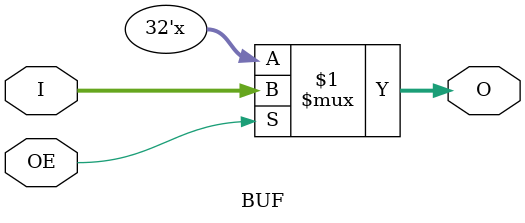
<source format=v>

module BUF #(parameter width = 32)(OE, O, I);

input  OE;
output [width-1:0] O;
input  [31:0] I;

assign O = OE ? I : 'bZ;

endmodule
////////////////////////////////////////////////////////////////////////////////

</source>
